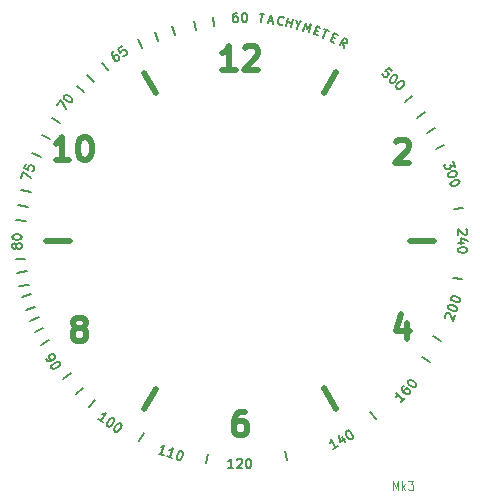
<source format=gbr>
G04 #@! TF.GenerationSoftware,KiCad,Pcbnew,5.1.4-1.fc30*
G04 #@! TF.CreationDate,2020-04-06T19:08:27+02:00*
G04 #@! TF.ProjectId,ring,72696e67-2e6b-4696-9361-645f70636258,v0.5.2*
G04 #@! TF.SameCoordinates,Original*
G04 #@! TF.FileFunction,Copper,L1,Top*
G04 #@! TF.FilePolarity,Positive*
%FSLAX46Y46*%
G04 Gerber Fmt 4.6, Leading zero omitted, Abs format (unit mm)*
G04 Created by KiCad (PCBNEW 5.1.4-1.fc30) date 2020-04-06 19:08:27*
%MOMM*%
%LPD*%
G04 APERTURE LIST*
%ADD10C,0.150000*%
%ADD11C,0.500000*%
%ADD12C,0.125000*%
G04 APERTURE END LIST*
D10*
X149356398Y-42963635D02*
X150115938Y-42712441D01*
X183507177Y-47406543D02*
X182850258Y-46949973D01*
X183255325Y-27978759D02*
X183950921Y-27583606D01*
X181397281Y-25377907D02*
X182000132Y-24852007D01*
X156302312Y-22685573D02*
X155810884Y-22054306D01*
X155076356Y-23695110D02*
X154531779Y-23109076D01*
X154268100Y-24573098D02*
X153675457Y-24035722D01*
X149009781Y-41871225D02*
X149783948Y-41669569D01*
X149704447Y-43905571D02*
X150446194Y-43605886D01*
X148591028Y-39825985D02*
X149384544Y-39724333D01*
X152485985Y-48864300D02*
X153113806Y-48368477D01*
X150073895Y-44846943D02*
X150794757Y-44500016D01*
X149487449Y-34236614D02*
X148697298Y-34111466D01*
X152225566Y-27133918D02*
X151550103Y-26705256D01*
X149721905Y-33024484D02*
X148944009Y-32837728D01*
X165284687Y-18990238D02*
X165208010Y-18193921D01*
X163749054Y-19275255D02*
X163596407Y-18489953D01*
X161962786Y-19717001D02*
X161735574Y-18949945D01*
X160555571Y-20195552D02*
X160255886Y-19453805D01*
X159187109Y-20801013D02*
X158817710Y-20091404D01*
X151410721Y-28517669D02*
X150701758Y-28147032D01*
X150603626Y-30020243D02*
X149866136Y-29710231D01*
X149310789Y-35428394D02*
X148513255Y-35365627D01*
X148478809Y-38702724D02*
X149277230Y-38652491D01*
X148784744Y-40989054D02*
X149570046Y-40836407D01*
X150584393Y-45947109D02*
X151282049Y-45555603D01*
X153587483Y-50119118D02*
X154167783Y-49568435D01*
X154661617Y-51202302D02*
X155188568Y-50600370D01*
X158935698Y-54122459D02*
X159298891Y-53409654D01*
X164603385Y-55957449D02*
X164728533Y-55167298D01*
X171454484Y-55731905D02*
X171267728Y-54954009D01*
X178967294Y-52259409D02*
X178486958Y-51619661D01*
X184504162Y-45590915D02*
X183787592Y-45235207D01*
X185451617Y-40259632D02*
X186243831Y-40370971D01*
X185571617Y-34460367D02*
X186363831Y-34349028D01*
X184028871Y-29346044D02*
X184760839Y-29023208D01*
X182474635Y-26719129D02*
X183127545Y-26256843D01*
X167241428Y-17831904D02*
X167089047Y-17831904D01*
X167012857Y-17870000D01*
X166974761Y-17908095D01*
X166898571Y-18022380D01*
X166860476Y-18174761D01*
X166860476Y-18479523D01*
X166898571Y-18555714D01*
X166936666Y-18593809D01*
X167012857Y-18631904D01*
X167165238Y-18631904D01*
X167241428Y-18593809D01*
X167279523Y-18555714D01*
X167317619Y-18479523D01*
X167317619Y-18289047D01*
X167279523Y-18212857D01*
X167241428Y-18174761D01*
X167165238Y-18136666D01*
X167012857Y-18136666D01*
X166936666Y-18174761D01*
X166898571Y-18212857D01*
X166860476Y-18289047D01*
X167812857Y-17831904D02*
X167889047Y-17831904D01*
X167965238Y-17870000D01*
X168003333Y-17908095D01*
X168041428Y-17984285D01*
X168079523Y-18136666D01*
X168079523Y-18327142D01*
X168041428Y-18479523D01*
X168003333Y-18555714D01*
X167965238Y-18593809D01*
X167889047Y-18631904D01*
X167812857Y-18631904D01*
X167736666Y-18593809D01*
X167698571Y-18555714D01*
X167660476Y-18479523D01*
X167622380Y-18327142D01*
X167622380Y-18136666D01*
X167660476Y-17984285D01*
X167698571Y-17908095D01*
X167736666Y-17870000D01*
X167812857Y-17831904D01*
X156809700Y-21087071D02*
X156681902Y-21170063D01*
X156638752Y-21243509D01*
X156627550Y-21296207D01*
X156625896Y-21433551D01*
X156676939Y-21582097D01*
X156842925Y-21837691D01*
X156916370Y-21880842D01*
X156969068Y-21892043D01*
X157053715Y-21882496D01*
X157181512Y-21799504D01*
X157224663Y-21726058D01*
X157235864Y-21673360D01*
X157226317Y-21588714D01*
X157122576Y-21428967D01*
X157049130Y-21385816D01*
X156996433Y-21374615D01*
X156911786Y-21384162D01*
X156783989Y-21467155D01*
X156740838Y-21540600D01*
X156729637Y-21593298D01*
X156739184Y-21677945D01*
X157480636Y-20651360D02*
X157161143Y-20858841D01*
X157336675Y-21199083D01*
X157347876Y-21146385D01*
X157391026Y-21072940D01*
X157550773Y-20969199D01*
X157635420Y-20959652D01*
X157688118Y-20970853D01*
X157761563Y-21014004D01*
X157865304Y-21173750D01*
X157874851Y-21258397D01*
X157863650Y-21311095D01*
X157820499Y-21384541D01*
X157660752Y-21488281D01*
X157576106Y-21497828D01*
X157523408Y-21486627D01*
X169889531Y-18503914D02*
X170220012Y-18547422D01*
X169797329Y-18693501D02*
X170120035Y-18029946D01*
X170260003Y-18754413D01*
D11*
X160332380Y-24623546D02*
X159332380Y-22891495D01*
X167880952Y-51604761D02*
X167500000Y-51604761D01*
X167309523Y-51700000D01*
X167214285Y-51795238D01*
X167023809Y-52080952D01*
X166928571Y-52461904D01*
X166928571Y-53223809D01*
X167023809Y-53414285D01*
X167119047Y-53509523D01*
X167309523Y-53604761D01*
X167690476Y-53604761D01*
X167880952Y-53509523D01*
X167976190Y-53414285D01*
X168071428Y-53223809D01*
X168071428Y-52747619D01*
X167976190Y-52557142D01*
X167880952Y-52461904D01*
X167690476Y-52366666D01*
X167309523Y-52366666D01*
X167119047Y-52461904D01*
X167023809Y-52557142D01*
X166928571Y-52747619D01*
X153679523Y-44501904D02*
X153489047Y-44406666D01*
X153393809Y-44311428D01*
X153298571Y-44120952D01*
X153298571Y-44025714D01*
X153393809Y-43835238D01*
X153489047Y-43740000D01*
X153679523Y-43644761D01*
X154060476Y-43644761D01*
X154250952Y-43740000D01*
X154346190Y-43835238D01*
X154441428Y-44025714D01*
X154441428Y-44120952D01*
X154346190Y-44311428D01*
X154250952Y-44406666D01*
X154060476Y-44501904D01*
X153679523Y-44501904D01*
X153489047Y-44597142D01*
X153393809Y-44692380D01*
X153298571Y-44882857D01*
X153298571Y-45263809D01*
X153393809Y-45454285D01*
X153489047Y-45549523D01*
X153679523Y-45644761D01*
X154060476Y-45644761D01*
X154250952Y-45549523D01*
X154346190Y-45454285D01*
X154441428Y-45263809D01*
X154441428Y-44882857D01*
X154346190Y-44692380D01*
X154250952Y-44597142D01*
X154060476Y-44501904D01*
X152999047Y-30334761D02*
X151856190Y-30334761D01*
X152427619Y-30334761D02*
X152427619Y-28334761D01*
X152237142Y-28620476D01*
X152046666Y-28810952D01*
X151856190Y-28906190D01*
X154237142Y-28334761D02*
X154427619Y-28334761D01*
X154618095Y-28430000D01*
X154713333Y-28525238D01*
X154808571Y-28715714D01*
X154903809Y-29096666D01*
X154903809Y-29572857D01*
X154808571Y-29953809D01*
X154713333Y-30144285D01*
X154618095Y-30239523D01*
X154427619Y-30334761D01*
X154237142Y-30334761D01*
X154046666Y-30239523D01*
X153951428Y-30144285D01*
X153856190Y-29953809D01*
X153760952Y-29572857D01*
X153760952Y-29096666D01*
X153856190Y-28715714D01*
X153951428Y-28525238D01*
X154046666Y-28430000D01*
X154237142Y-28334761D01*
X181590952Y-44091428D02*
X181590952Y-45424761D01*
X181114761Y-43329523D02*
X180638571Y-44758095D01*
X181876666Y-44758095D01*
X180638571Y-28765238D02*
X180733809Y-28670000D01*
X180924285Y-28574761D01*
X181400476Y-28574761D01*
X181590952Y-28670000D01*
X181686190Y-28765238D01*
X181781428Y-28955714D01*
X181781428Y-29146190D01*
X181686190Y-29431904D01*
X180543333Y-30574761D01*
X181781428Y-30574761D01*
X153064761Y-37130000D02*
X151064761Y-37130000D01*
X181855238Y-37130000D02*
X183855238Y-37130000D01*
X174587619Y-49636453D02*
X175587619Y-51368504D01*
X160372380Y-49676453D02*
X159372380Y-51408504D01*
X174547619Y-24583546D02*
X175547619Y-22851495D01*
X167119047Y-22654761D02*
X165976190Y-22654761D01*
X166547619Y-22654761D02*
X166547619Y-20654761D01*
X166357142Y-20940476D01*
X166166666Y-21130952D01*
X165976190Y-21226190D01*
X167880952Y-20845238D02*
X167976190Y-20750000D01*
X168166666Y-20654761D01*
X168642857Y-20654761D01*
X168833333Y-20750000D01*
X168928571Y-20845238D01*
X169023809Y-21035714D01*
X169023809Y-21226190D01*
X168928571Y-21511904D01*
X167785714Y-22654761D01*
X169023809Y-22654761D01*
D12*
X180400000Y-58257904D02*
X180400000Y-57457904D01*
X180633333Y-58029333D01*
X180866666Y-57457904D01*
X180866666Y-58257904D01*
X181200000Y-58257904D02*
X181200000Y-57457904D01*
X181266666Y-57953142D02*
X181466666Y-58257904D01*
X181466666Y-57724571D02*
X181200000Y-58029333D01*
X181700000Y-57457904D02*
X182133333Y-57457904D01*
X181900000Y-57762666D01*
X182000000Y-57762666D01*
X182066666Y-57800761D01*
X182100000Y-57838857D01*
X182133333Y-57915047D01*
X182133333Y-58105523D01*
X182100000Y-58181714D01*
X182066666Y-58219809D01*
X182000000Y-58257904D01*
X181800000Y-58257904D01*
X181733333Y-58219809D01*
X181700000Y-58181714D01*
D10*
X151959494Y-25670975D02*
X152281946Y-25246159D01*
X152711879Y-26002935D01*
X152558335Y-24882032D02*
X152604399Y-24821344D01*
X152680808Y-24783688D01*
X152734184Y-24776376D01*
X152817905Y-24792097D01*
X152962313Y-24853882D01*
X153114033Y-24969044D01*
X153212377Y-25091517D01*
X153250032Y-25167926D01*
X153257344Y-25221302D01*
X153241623Y-25305023D01*
X153195559Y-25365711D01*
X153119150Y-25403366D01*
X153065774Y-25410678D01*
X152982053Y-25394957D01*
X152837645Y-25333172D01*
X152685925Y-25218010D01*
X152587581Y-25095537D01*
X152549926Y-25019128D01*
X152542614Y-24965752D01*
X152558335Y-24882032D01*
X148933221Y-31780543D02*
X149098030Y-31273313D01*
X149752926Y-31846603D01*
X149309927Y-30621160D02*
X149192207Y-30983467D01*
X149542742Y-31137418D01*
X149518283Y-31089416D01*
X149505596Y-31005182D01*
X149564457Y-30824029D01*
X149624232Y-30763339D01*
X149672235Y-30738881D01*
X149756468Y-30726194D01*
X149937622Y-30785054D01*
X149998311Y-30844829D01*
X150022770Y-30892832D01*
X150035456Y-30977066D01*
X149976596Y-31158219D01*
X149916821Y-31218909D01*
X149868818Y-31243367D01*
X148524761Y-37647142D02*
X148486666Y-37723333D01*
X148448571Y-37761428D01*
X148372380Y-37799523D01*
X148334285Y-37799523D01*
X148258095Y-37761428D01*
X148220000Y-37723333D01*
X148181904Y-37647142D01*
X148181904Y-37494761D01*
X148220000Y-37418571D01*
X148258095Y-37380476D01*
X148334285Y-37342380D01*
X148372380Y-37342380D01*
X148448571Y-37380476D01*
X148486666Y-37418571D01*
X148524761Y-37494761D01*
X148524761Y-37647142D01*
X148562857Y-37723333D01*
X148600952Y-37761428D01*
X148677142Y-37799523D01*
X148829523Y-37799523D01*
X148905714Y-37761428D01*
X148943809Y-37723333D01*
X148981904Y-37647142D01*
X148981904Y-37494761D01*
X148943809Y-37418571D01*
X148905714Y-37380476D01*
X148829523Y-37342380D01*
X148677142Y-37342380D01*
X148600952Y-37380476D01*
X148562857Y-37418571D01*
X148524761Y-37494761D01*
X148181904Y-36847142D02*
X148181904Y-36770952D01*
X148220000Y-36694761D01*
X148258095Y-36656666D01*
X148334285Y-36618571D01*
X148486666Y-36580476D01*
X148677142Y-36580476D01*
X148829523Y-36618571D01*
X148905714Y-36656666D01*
X148943809Y-36694761D01*
X148981904Y-36770952D01*
X148981904Y-36847142D01*
X148943809Y-36923333D01*
X148905714Y-36961428D01*
X148829523Y-36999523D01*
X148677142Y-37037619D01*
X148486666Y-37037619D01*
X148334285Y-36999523D01*
X148258095Y-36961428D01*
X148220000Y-36923333D01*
X148181904Y-36847142D01*
X150996006Y-47139816D02*
X151078999Y-47267613D01*
X151152445Y-47310764D01*
X151205142Y-47321965D01*
X151342487Y-47323619D01*
X151491032Y-47272576D01*
X151746627Y-47106591D01*
X151789778Y-47033145D01*
X151800979Y-46980448D01*
X151791432Y-46895801D01*
X151708439Y-46768003D01*
X151634994Y-46724853D01*
X151582296Y-46713652D01*
X151497649Y-46723199D01*
X151337902Y-46826939D01*
X151294752Y-46900385D01*
X151283551Y-46953083D01*
X151293098Y-47037729D01*
X151376090Y-47165527D01*
X151449536Y-47208677D01*
X151502233Y-47219879D01*
X151586880Y-47210332D01*
X152144150Y-47438940D02*
X152185647Y-47502839D01*
X152195194Y-47587486D01*
X152183993Y-47640183D01*
X152140842Y-47713629D01*
X152033793Y-47828571D01*
X151874046Y-47932311D01*
X151725500Y-47983355D01*
X151640853Y-47992902D01*
X151588156Y-47981700D01*
X151514710Y-47938550D01*
X151473214Y-47874651D01*
X151463667Y-47790004D01*
X151474868Y-47737307D01*
X151518019Y-47663861D01*
X151625068Y-47548919D01*
X151784815Y-47445178D01*
X151933360Y-47394135D01*
X152018007Y-47384588D01*
X152070705Y-47395789D01*
X152144150Y-47438940D01*
X155835801Y-52509301D02*
X155465965Y-52240599D01*
X155650883Y-52374950D02*
X156121112Y-51727737D01*
X155992297Y-51775412D01*
X155885874Y-51792268D01*
X155801842Y-51778304D01*
X156706686Y-52153181D02*
X156768325Y-52197965D01*
X156807573Y-52273568D01*
X156816001Y-52326780D01*
X156802037Y-52410811D01*
X156743289Y-52556481D01*
X156631330Y-52710580D01*
X156510943Y-52811467D01*
X156435340Y-52850714D01*
X156382128Y-52859142D01*
X156298097Y-52845178D01*
X156236458Y-52800395D01*
X156197210Y-52724791D01*
X156188782Y-52671580D01*
X156202746Y-52587549D01*
X156261494Y-52441878D01*
X156373453Y-52287780D01*
X156493840Y-52186893D01*
X156569443Y-52147645D01*
X156622655Y-52139217D01*
X156706686Y-52153181D01*
X157323080Y-52601018D02*
X157384719Y-52645801D01*
X157423967Y-52721405D01*
X157432394Y-52774616D01*
X157418431Y-52858647D01*
X157359683Y-53004318D01*
X157247724Y-53158416D01*
X157127337Y-53259303D01*
X157051734Y-53298551D01*
X156998522Y-53306979D01*
X156914491Y-53293015D01*
X156852851Y-53248231D01*
X156813604Y-53172628D01*
X156805176Y-53119416D01*
X156819140Y-53035385D01*
X156877888Y-52889715D01*
X156989847Y-52735616D01*
X157110234Y-52634729D01*
X157185837Y-52595482D01*
X157239048Y-52587054D01*
X157323080Y-52601018D01*
X161000935Y-55289382D02*
X160566166Y-55148117D01*
X160783550Y-55218750D02*
X161030764Y-54457905D01*
X160922986Y-54543053D01*
X160826981Y-54591970D01*
X160742747Y-54604657D01*
X161725549Y-55524824D02*
X161290780Y-55383559D01*
X161508165Y-55454191D02*
X161755378Y-54693346D01*
X161647601Y-54778494D01*
X161551595Y-54827411D01*
X161467362Y-54840098D01*
X162443762Y-54917016D02*
X162516224Y-54940560D01*
X162576913Y-55000335D01*
X162601372Y-55048337D01*
X162614058Y-55132571D01*
X162603201Y-55289266D01*
X162544340Y-55470420D01*
X162461021Y-55603570D01*
X162401246Y-55664260D01*
X162353244Y-55688718D01*
X162269010Y-55701405D01*
X162196549Y-55677861D01*
X162135859Y-55618086D01*
X162111401Y-55570083D01*
X162098714Y-55485850D01*
X162109572Y-55329155D01*
X162168432Y-55148001D01*
X162251751Y-55014850D01*
X162311526Y-54954161D01*
X162359529Y-54929702D01*
X162443762Y-54917016D01*
X166896666Y-56381904D02*
X166439523Y-56381904D01*
X166668095Y-56381904D02*
X166668095Y-55581904D01*
X166591904Y-55696190D01*
X166515714Y-55772380D01*
X166439523Y-55810476D01*
X167201428Y-55658095D02*
X167239523Y-55620000D01*
X167315714Y-55581904D01*
X167506190Y-55581904D01*
X167582380Y-55620000D01*
X167620476Y-55658095D01*
X167658571Y-55734285D01*
X167658571Y-55810476D01*
X167620476Y-55924761D01*
X167163333Y-56381904D01*
X167658571Y-56381904D01*
X168153809Y-55581904D02*
X168230000Y-55581904D01*
X168306190Y-55620000D01*
X168344285Y-55658095D01*
X168382380Y-55734285D01*
X168420476Y-55886666D01*
X168420476Y-56077142D01*
X168382380Y-56229523D01*
X168344285Y-56305714D01*
X168306190Y-56343809D01*
X168230000Y-56381904D01*
X168153809Y-56381904D01*
X168077619Y-56343809D01*
X168039523Y-56305714D01*
X168001428Y-56229523D01*
X167963333Y-56077142D01*
X167963333Y-55886666D01*
X168001428Y-55734285D01*
X168039523Y-55658095D01*
X168077619Y-55620000D01*
X168153809Y-55581904D01*
X175739097Y-54514587D02*
X175331780Y-54722126D01*
X175535439Y-54618357D02*
X175172246Y-53905551D01*
X175156245Y-54041970D01*
X175122948Y-54144446D01*
X175072357Y-54212979D01*
X176107945Y-53728076D02*
X176350073Y-54203279D01*
X175799870Y-53543006D02*
X175889578Y-54138627D01*
X176330838Y-53913793D01*
X176496027Y-53231051D02*
X176563914Y-53196461D01*
X176649095Y-53195815D01*
X176700333Y-53212463D01*
X176768866Y-53263054D01*
X176871988Y-53381532D01*
X176958463Y-53551247D01*
X176993699Y-53704315D01*
X176994346Y-53789496D01*
X176977697Y-53840734D01*
X176927106Y-53909267D01*
X176859220Y-53943856D01*
X176774039Y-53944503D01*
X176722801Y-53927855D01*
X176654268Y-53877263D01*
X176551145Y-53758786D01*
X176464671Y-53589070D01*
X176429435Y-53436003D01*
X176428788Y-53350822D01*
X176445436Y-53299584D01*
X176496027Y-53231051D01*
X181418725Y-50436524D02*
X181105789Y-50769766D01*
X181262257Y-50603145D02*
X180679082Y-50055507D01*
X180710237Y-50189282D01*
X180713621Y-50296978D01*
X180689236Y-50378597D01*
X181304954Y-49389022D02*
X181200642Y-49500103D01*
X181176256Y-49581721D01*
X181177948Y-49635569D01*
X181209103Y-49769344D01*
X181294106Y-49901426D01*
X181516268Y-50110050D01*
X181597886Y-50134436D01*
X181651735Y-50132743D01*
X181731661Y-50103281D01*
X181835973Y-49992200D01*
X181860358Y-49910581D01*
X181858666Y-49856733D01*
X181829204Y-49776807D01*
X181690353Y-49646417D01*
X181608734Y-49622031D01*
X181554886Y-49623724D01*
X181474960Y-49653186D01*
X181370648Y-49764267D01*
X181346262Y-49845885D01*
X181347954Y-49899734D01*
X181377417Y-49979660D01*
X181696124Y-48972468D02*
X181748280Y-48916928D01*
X181828206Y-48887465D01*
X181882054Y-48885773D01*
X181963672Y-48910159D01*
X182100831Y-48986700D01*
X182239682Y-49117090D01*
X182324685Y-49249173D01*
X182354148Y-49329099D01*
X182355840Y-49382947D01*
X182331454Y-49464565D01*
X182279298Y-49520106D01*
X182199372Y-49549568D01*
X182145524Y-49551261D01*
X182063906Y-49526875D01*
X181926747Y-49450333D01*
X181787895Y-49319943D01*
X181702893Y-49187861D01*
X181673430Y-49107935D01*
X181671738Y-49054087D01*
X181696124Y-48972468D01*
X184849734Y-43650164D02*
X184825275Y-43602161D01*
X184812588Y-43517927D01*
X184871449Y-43336774D01*
X184931224Y-43276084D01*
X184979226Y-43251626D01*
X185063460Y-43238939D01*
X185135921Y-43262483D01*
X185232842Y-43334030D01*
X185526345Y-43910064D01*
X185679382Y-43439064D01*
X185071574Y-42720851D02*
X185095118Y-42648390D01*
X185154893Y-42587701D01*
X185202896Y-42563242D01*
X185287129Y-42550555D01*
X185443824Y-42561413D01*
X185624978Y-42620273D01*
X185758129Y-42703592D01*
X185818818Y-42763367D01*
X185843277Y-42811370D01*
X185855963Y-42895603D01*
X185832419Y-42968065D01*
X185772644Y-43028754D01*
X185724642Y-43053213D01*
X185640408Y-43065900D01*
X185483713Y-43055042D01*
X185302560Y-42996182D01*
X185169409Y-42912863D01*
X185108719Y-42853088D01*
X185084261Y-42805085D01*
X185071574Y-42720851D01*
X185307016Y-41996237D02*
X185330560Y-41923775D01*
X185390335Y-41863086D01*
X185438337Y-41838627D01*
X185522571Y-41825941D01*
X185679266Y-41836798D01*
X185860420Y-41895659D01*
X185993570Y-41978978D01*
X186054260Y-42038753D01*
X186078718Y-42086755D01*
X186091405Y-42170989D01*
X186067861Y-42243450D01*
X186008086Y-42304140D01*
X185960083Y-42328598D01*
X185875850Y-42341285D01*
X185719155Y-42330427D01*
X185538001Y-42271567D01*
X185404850Y-42188248D01*
X185344161Y-42128473D01*
X185319702Y-42080470D01*
X185307016Y-41996237D01*
X185488807Y-30406391D02*
X185641844Y-30877390D01*
X185269593Y-30717952D01*
X185304910Y-30826644D01*
X185292223Y-30910878D01*
X185267764Y-30958881D01*
X185207075Y-31018655D01*
X185025921Y-31077516D01*
X184941688Y-31064829D01*
X184893685Y-31040371D01*
X184833910Y-30979681D01*
X184763278Y-30762297D01*
X184775964Y-30678063D01*
X184800423Y-30630061D01*
X185794881Y-31348390D02*
X185818425Y-31420851D01*
X185805738Y-31505085D01*
X185781280Y-31553088D01*
X185720590Y-31612863D01*
X185587439Y-31696182D01*
X185406286Y-31755042D01*
X185249591Y-31765900D01*
X185165357Y-31753213D01*
X185117355Y-31728754D01*
X185057580Y-31668065D01*
X185034036Y-31595603D01*
X185046722Y-31511370D01*
X185071181Y-31463367D01*
X185131870Y-31403592D01*
X185265021Y-31320273D01*
X185446175Y-31261413D01*
X185602870Y-31250555D01*
X185687103Y-31263242D01*
X185735106Y-31287701D01*
X185794881Y-31348390D01*
X186030322Y-32073004D02*
X186053866Y-32145466D01*
X186041180Y-32229699D01*
X186016721Y-32277702D01*
X185956032Y-32337477D01*
X185822881Y-32420796D01*
X185641727Y-32479656D01*
X185485032Y-32490514D01*
X185400799Y-32477827D01*
X185352796Y-32453369D01*
X185293021Y-32392679D01*
X185269477Y-32320218D01*
X185282164Y-32235984D01*
X185306622Y-32187982D01*
X185367312Y-32128207D01*
X185500462Y-32044888D01*
X185681616Y-31986027D01*
X185838311Y-31975170D01*
X185922545Y-31987856D01*
X185970547Y-32012315D01*
X186030322Y-32073004D01*
X180313343Y-22749472D02*
X180035640Y-22488692D01*
X179747090Y-22740317D01*
X179800939Y-22738624D01*
X179882557Y-22763010D01*
X180021408Y-22893400D01*
X180050871Y-22973326D01*
X180052563Y-23027174D01*
X180028177Y-23108793D01*
X179897787Y-23247644D01*
X179817861Y-23277106D01*
X179764013Y-23278799D01*
X179682394Y-23254413D01*
X179543543Y-23124023D01*
X179514081Y-23044097D01*
X179512389Y-22990249D01*
X180702126Y-23114564D02*
X180757667Y-23166720D01*
X180787129Y-23246646D01*
X180788821Y-23300494D01*
X180764436Y-23382113D01*
X180687894Y-23519272D01*
X180557504Y-23658123D01*
X180425422Y-23743126D01*
X180345496Y-23772588D01*
X180291647Y-23774280D01*
X180210029Y-23749895D01*
X180154488Y-23697739D01*
X180125026Y-23617813D01*
X180123334Y-23563964D01*
X180147719Y-23482346D01*
X180224261Y-23345187D01*
X180354651Y-23206336D01*
X180486733Y-23121333D01*
X180566659Y-23091870D01*
X180620508Y-23090178D01*
X180702126Y-23114564D01*
X181257531Y-23636124D02*
X181313071Y-23688280D01*
X181342534Y-23768206D01*
X181344226Y-23822054D01*
X181319840Y-23903672D01*
X181243299Y-24040831D01*
X181112909Y-24179682D01*
X180980826Y-24264685D01*
X180900900Y-24294148D01*
X180847052Y-24295840D01*
X180765434Y-24271454D01*
X180709893Y-24219298D01*
X180680431Y-24139372D01*
X180678738Y-24085524D01*
X180703124Y-24003906D01*
X180779666Y-23866747D01*
X180910056Y-23727895D01*
X181042138Y-23642893D01*
X181122064Y-23613430D01*
X181175912Y-23611738D01*
X181257531Y-23636124D01*
X186631904Y-36169523D02*
X186670000Y-36207619D01*
X186708095Y-36283809D01*
X186708095Y-36474285D01*
X186670000Y-36550476D01*
X186631904Y-36588571D01*
X186555714Y-36626666D01*
X186479523Y-36626666D01*
X186365238Y-36588571D01*
X185908095Y-36131428D01*
X185908095Y-36626666D01*
X186441428Y-37312380D02*
X185908095Y-37312380D01*
X186746190Y-37121904D02*
X186174761Y-36931428D01*
X186174761Y-37426666D01*
X186708095Y-37883809D02*
X186708095Y-37960000D01*
X186670000Y-38036190D01*
X186631904Y-38074285D01*
X186555714Y-38112380D01*
X186403333Y-38150476D01*
X186212857Y-38150476D01*
X186060476Y-38112380D01*
X185984285Y-38074285D01*
X185946190Y-38036190D01*
X185908095Y-37960000D01*
X185908095Y-37883809D01*
X185946190Y-37807619D01*
X185984285Y-37769523D01*
X186060476Y-37731428D01*
X186212857Y-37693333D01*
X186403333Y-37693333D01*
X186555714Y-37731428D01*
X186631904Y-37769523D01*
X186670000Y-37807619D01*
X186708095Y-37883809D01*
X171049962Y-18803825D02*
X171011347Y-18830864D01*
X170907078Y-18846326D01*
X170841424Y-18834749D01*
X170748732Y-18784558D01*
X170694655Y-18707327D01*
X170673404Y-18635885D01*
X170663730Y-18498789D01*
X170681095Y-18400308D01*
X170737075Y-18274789D01*
X170781479Y-18214923D01*
X170858709Y-18160846D01*
X170962978Y-18145384D01*
X171028632Y-18156961D01*
X171121324Y-18207152D01*
X171148363Y-18245767D01*
X172344313Y-18853901D02*
X172258040Y-19175876D01*
X172213831Y-18439337D02*
X172344313Y-18853901D01*
X172664596Y-18560119D01*
X171386201Y-18965872D02*
X171537709Y-18282465D01*
X171465562Y-18607897D02*
X171856081Y-18694473D01*
X171776719Y-19052448D02*
X171928227Y-18369041D01*
X169114170Y-17920694D02*
X169512648Y-17955556D01*
X169252400Y-18635461D02*
X169313409Y-17938125D01*
X175305184Y-19881291D02*
X175516656Y-19979902D01*
X175452327Y-20354477D02*
X175150224Y-20213604D01*
X175446057Y-19579189D01*
X175748160Y-19720062D01*
X173836147Y-19281712D02*
X174055408Y-19361517D01*
X174023970Y-19740273D02*
X173710739Y-19626266D01*
X173950153Y-18968481D01*
X174263384Y-19082488D01*
X172822242Y-19331845D02*
X173032736Y-18664243D01*
X173104917Y-19211266D01*
X173477804Y-18804573D01*
X173267310Y-19472175D01*
X174581919Y-19209309D02*
X174951471Y-19362382D01*
X174498816Y-19932561D02*
X174766695Y-19285846D01*
X176265965Y-20770932D02*
X176212912Y-20367520D01*
X175911160Y-20586232D02*
X176234384Y-19965325D01*
X176470921Y-20088458D01*
X176514663Y-20148808D01*
X176528839Y-20193767D01*
X176527622Y-20268292D01*
X176481447Y-20356993D01*
X176421097Y-20400736D01*
X176376139Y-20414911D01*
X176301613Y-20413695D01*
X176065077Y-20290562D01*
M02*

</source>
